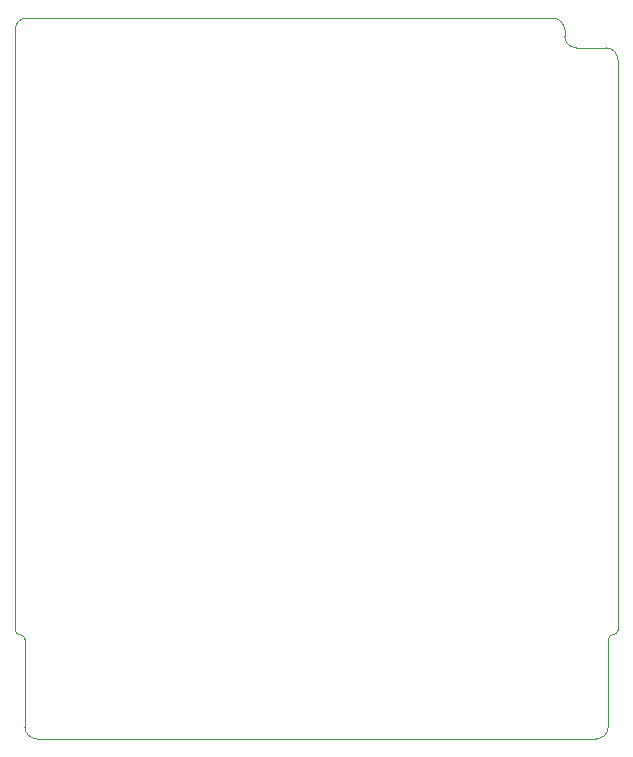
<source format=gbr>
G04 #@! TF.GenerationSoftware,KiCad,Pcbnew,5.1.7-a382d34a8~87~ubuntu18.04.1*
G04 #@! TF.CreationDate,2020-11-24T04:47:55+09:00*
G04 #@! TF.ProjectId,dmg-cartridge-breakout,646d672d-6361-4727-9472-696467652d62,rev?*
G04 #@! TF.SameCoordinates,Original*
G04 #@! TF.FileFunction,Profile,NP*
%FSLAX46Y46*%
G04 Gerber Fmt 4.6, Leading zero omitted, Abs format (unit mm)*
G04 Created by KiCad (PCBNEW 5.1.7-a382d34a8~87~ubuntu18.04.1) date 2020-11-24 04:47:55*
%MOMM*%
%LPD*%
G01*
G04 APERTURE LIST*
G04 #@! TA.AperFunction,Profile*
%ADD10C,0.050000*%
G04 #@! TD*
G04 APERTURE END LIST*
D10*
X30900000Y-82700000D02*
G75*
G02*
X30500000Y-82300000I0J400000D01*
G01*
X30900000Y-82700000D02*
G75*
G02*
X31300000Y-83100000I0J-400000D01*
G01*
X32300000Y-91500000D02*
G75*
G02*
X31300000Y-90500000I0J1000000D01*
G01*
X80700000Y-90500000D02*
G75*
G02*
X79700000Y-91500000I-1000000J0D01*
G01*
X80700000Y-83100000D02*
G75*
G02*
X81100000Y-82700000I400000J0D01*
G01*
X81500000Y-82300000D02*
G75*
G02*
X81100000Y-82700000I-400000J0D01*
G01*
X80500000Y-33000000D02*
G75*
G02*
X81500000Y-34000000I0J-1000000D01*
G01*
X78000000Y-33000000D02*
G75*
G02*
X77000000Y-32000000I0J1000000D01*
G01*
X76000000Y-30500000D02*
G75*
G02*
X77000000Y-31500000I0J-1000000D01*
G01*
X30500000Y-31400000D02*
G75*
G02*
X31400000Y-30500000I900000J0D01*
G01*
X30500000Y-82300000D02*
X30500000Y-31400000D01*
X31300000Y-90500000D02*
X31300000Y-83100000D01*
X79700000Y-91500000D02*
X32300000Y-91500000D01*
X80700000Y-83100000D02*
X80700000Y-90500000D01*
X81500000Y-34000000D02*
X81500000Y-82300000D01*
X78000000Y-33000000D02*
X80500000Y-33000000D01*
X77000000Y-31500000D02*
X77000000Y-32000000D01*
X31400000Y-30500000D02*
X76000000Y-30500000D01*
M02*

</source>
